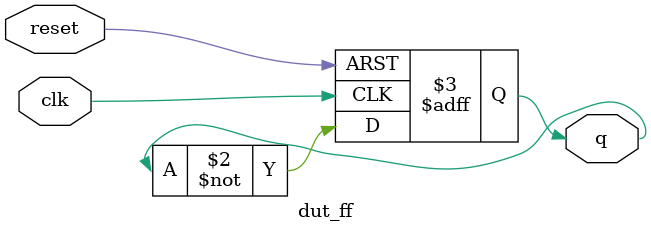
<source format=v>

`timescale 1ns / 1ps
`ifndef TESTBENCH
`define size 5
`endif

module ripple_counter (q, clk, reset);

  output [`size-1:0] q;
  input clk, reset;

dut_ff dut_ff0(q[0], ~clk, reset);

genvar i;	
	// Generate for loop to instantiate N times
	generate 
		for (i = 1; i < `size; i = i + 1) begin : for_loop
          dut_ff dut_n (.q(q[i]),.clk(~q[i-1]),.reset(reset));
		end
	endgenerate

endmodule

// Toggle Flip-Flop
module dut_ff (q, clk, reset);

  output q;
  input clk, reset;
  
  reg q;
  
  always @(posedge reset or posedge clk) begin
    if (reset) begin
      q <= 1'b0;
    end else begin
      q <= ~q;
    end
  end
endmodule

</source>
